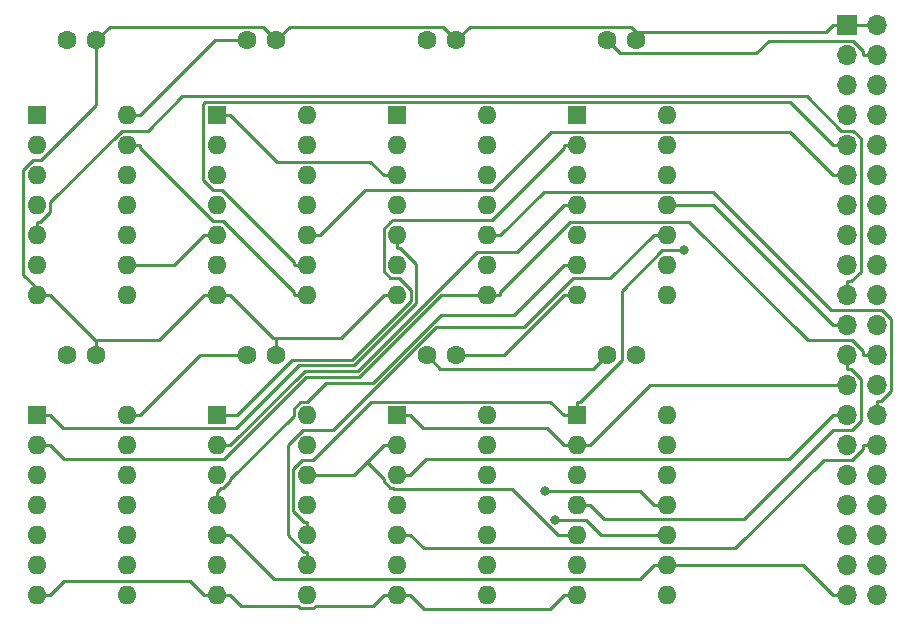
<source format=gtl>
G04 #@! TF.GenerationSoftware,KiCad,Pcbnew,(5.1.12)-1*
G04 #@! TF.CreationDate,2022-10-05T17:55:37-05:00*
G04 #@! TF.ProjectId,address_logic,61646472-6573-4735-9f6c-6f6769632e6b,rev?*
G04 #@! TF.SameCoordinates,Original*
G04 #@! TF.FileFunction,Copper,L1,Top*
G04 #@! TF.FilePolarity,Positive*
%FSLAX46Y46*%
G04 Gerber Fmt 4.6, Leading zero omitted, Abs format (unit mm)*
G04 Created by KiCad (PCBNEW (5.1.12)-1) date 2022-10-05 17:55:37*
%MOMM*%
%LPD*%
G01*
G04 APERTURE LIST*
G04 #@! TA.AperFunction,ComponentPad*
%ADD10C,1.600000*%
G04 #@! TD*
G04 #@! TA.AperFunction,ComponentPad*
%ADD11O,1.700000X1.700000*%
G04 #@! TD*
G04 #@! TA.AperFunction,ComponentPad*
%ADD12R,1.700000X1.700000*%
G04 #@! TD*
G04 #@! TA.AperFunction,ComponentPad*
%ADD13O,1.600000X1.600000*%
G04 #@! TD*
G04 #@! TA.AperFunction,ComponentPad*
%ADD14R,1.600000X1.600000*%
G04 #@! TD*
G04 #@! TA.AperFunction,ViaPad*
%ADD15C,0.800000*%
G04 #@! TD*
G04 #@! TA.AperFunction,Conductor*
%ADD16C,0.250000*%
G04 #@! TD*
G04 APERTURE END LIST*
D10*
X138430000Y-54610000D03*
X140930000Y-54610000D03*
X153670000Y-54610000D03*
X156170000Y-54610000D03*
X168910000Y-54610000D03*
X171410000Y-54610000D03*
X186650000Y-54610000D03*
X184150000Y-54610000D03*
X138430000Y-81280000D03*
X140930000Y-81280000D03*
X156170000Y-81280000D03*
X153670000Y-81280000D03*
X171410000Y-81280000D03*
X168910000Y-81280000D03*
X186650000Y-81280000D03*
X184150000Y-81280000D03*
D11*
X207010000Y-101600000D03*
X204470000Y-101600000D03*
X207010000Y-99060000D03*
X204470000Y-99060000D03*
X207010000Y-96520000D03*
X204470000Y-96520000D03*
X207010000Y-93980000D03*
X204470000Y-93980000D03*
X207010000Y-91440000D03*
X204470000Y-91440000D03*
X207010000Y-88900000D03*
X204470000Y-88900000D03*
X207010000Y-86360000D03*
X204470000Y-86360000D03*
X207010000Y-83820000D03*
X204470000Y-83820000D03*
X207010000Y-81280000D03*
X204470000Y-81280000D03*
X207010000Y-78740000D03*
X204470000Y-78740000D03*
X207010000Y-76200000D03*
X204470000Y-76200000D03*
X207010000Y-73660000D03*
X204470000Y-73660000D03*
X207010000Y-71120000D03*
X204470000Y-71120000D03*
X207010000Y-68580000D03*
X204470000Y-68580000D03*
X207010000Y-66040000D03*
X204470000Y-66040000D03*
X207010000Y-63500000D03*
X204470000Y-63500000D03*
X207010000Y-60960000D03*
X204470000Y-60960000D03*
X207010000Y-58420000D03*
X204470000Y-58420000D03*
X207010000Y-55880000D03*
X204470000Y-55880000D03*
X207010000Y-53340000D03*
D12*
X204470000Y-53340000D03*
D13*
X143510000Y-60960000D03*
X135890000Y-76200000D03*
X143510000Y-63500000D03*
X135890000Y-73660000D03*
X143510000Y-66040000D03*
X135890000Y-71120000D03*
X143510000Y-68580000D03*
X135890000Y-68580000D03*
X143510000Y-71120000D03*
X135890000Y-66040000D03*
X143510000Y-73660000D03*
X135890000Y-63500000D03*
X143510000Y-76200000D03*
D14*
X135890000Y-60960000D03*
X151130000Y-60960000D03*
D13*
X158750000Y-76200000D03*
X151130000Y-63500000D03*
X158750000Y-73660000D03*
X151130000Y-66040000D03*
X158750000Y-71120000D03*
X151130000Y-68580000D03*
X158750000Y-68580000D03*
X151130000Y-71120000D03*
X158750000Y-66040000D03*
X151130000Y-73660000D03*
X158750000Y-63500000D03*
X151130000Y-76200000D03*
X158750000Y-60960000D03*
D14*
X166370000Y-60960000D03*
D13*
X173990000Y-76200000D03*
X166370000Y-63500000D03*
X173990000Y-73660000D03*
X166370000Y-66040000D03*
X173990000Y-71120000D03*
X166370000Y-68580000D03*
X173990000Y-68580000D03*
X166370000Y-71120000D03*
X173990000Y-66040000D03*
X166370000Y-73660000D03*
X173990000Y-63500000D03*
X166370000Y-76200000D03*
X173990000Y-60960000D03*
D14*
X181610000Y-60960000D03*
D13*
X189230000Y-76200000D03*
X181610000Y-63500000D03*
X189230000Y-73660000D03*
X181610000Y-66040000D03*
X189230000Y-71120000D03*
X181610000Y-68580000D03*
X189230000Y-68580000D03*
X181610000Y-71120000D03*
X189230000Y-66040000D03*
X181610000Y-73660000D03*
X189230000Y-63500000D03*
X181610000Y-76200000D03*
X189230000Y-60960000D03*
X143510000Y-86360000D03*
X135890000Y-101600000D03*
X143510000Y-88900000D03*
X135890000Y-99060000D03*
X143510000Y-91440000D03*
X135890000Y-96520000D03*
X143510000Y-93980000D03*
X135890000Y-93980000D03*
X143510000Y-96520000D03*
X135890000Y-91440000D03*
X143510000Y-99060000D03*
X135890000Y-88900000D03*
X143510000Y-101600000D03*
D14*
X135890000Y-86360000D03*
D13*
X158750000Y-86360000D03*
X151130000Y-101600000D03*
X158750000Y-88900000D03*
X151130000Y-99060000D03*
X158750000Y-91440000D03*
X151130000Y-96520000D03*
X158750000Y-93980000D03*
X151130000Y-93980000D03*
X158750000Y-96520000D03*
X151130000Y-91440000D03*
X158750000Y-99060000D03*
X151130000Y-88900000D03*
X158750000Y-101600000D03*
D14*
X151130000Y-86360000D03*
X166370000Y-86360000D03*
D13*
X173990000Y-101600000D03*
X166370000Y-88900000D03*
X173990000Y-99060000D03*
X166370000Y-91440000D03*
X173990000Y-96520000D03*
X166370000Y-93980000D03*
X173990000Y-93980000D03*
X166370000Y-96520000D03*
X173990000Y-91440000D03*
X166370000Y-99060000D03*
X173990000Y-88900000D03*
X166370000Y-101600000D03*
X173990000Y-86360000D03*
X189230000Y-86360000D03*
X181610000Y-101600000D03*
X189230000Y-88900000D03*
X181610000Y-99060000D03*
X189230000Y-91440000D03*
X181610000Y-96520000D03*
X189230000Y-93980000D03*
X181610000Y-93980000D03*
X189230000Y-96520000D03*
X181610000Y-91440000D03*
X189230000Y-99060000D03*
X181610000Y-88900000D03*
X189230000Y-101600000D03*
D14*
X181610000Y-86360000D03*
D15*
X178938600Y-92822000D03*
X190658900Y-72390000D03*
X179783100Y-95250000D03*
D16*
X181610000Y-101600000D02*
X180484900Y-101600000D01*
X166370000Y-101600000D02*
X167495100Y-101600000D01*
X167495100Y-101600000D02*
X168640600Y-102745500D01*
X168640600Y-102745500D02*
X179339400Y-102745500D01*
X179339400Y-102745500D02*
X180484900Y-101600000D01*
X181610000Y-76200000D02*
X180484900Y-76200000D01*
X171410000Y-81280000D02*
X175404900Y-81280000D01*
X175404900Y-81280000D02*
X180484900Y-76200000D01*
X140930000Y-54610000D02*
X142060300Y-53479700D01*
X142060300Y-53479700D02*
X155039700Y-53479700D01*
X155039700Y-53479700D02*
X156170000Y-54610000D01*
X136452600Y-76200000D02*
X134736700Y-74484100D01*
X134736700Y-74484100D02*
X134736700Y-65566400D01*
X134736700Y-65566400D02*
X135533100Y-64770000D01*
X135533100Y-64770000D02*
X136274200Y-64770000D01*
X136274200Y-64770000D02*
X140930000Y-60114200D01*
X140930000Y-60114200D02*
X140930000Y-54610000D01*
X156170000Y-54610000D02*
X157310600Y-53469400D01*
X157310600Y-53469400D02*
X170269400Y-53469400D01*
X170269400Y-53469400D02*
X171410000Y-54610000D01*
X136452600Y-76200000D02*
X137015100Y-76200000D01*
X135890000Y-76200000D02*
X136452600Y-76200000D01*
X151130000Y-76200000D02*
X150004900Y-76200000D01*
X140930000Y-79990000D02*
X140805100Y-79990000D01*
X140805100Y-79990000D02*
X137015100Y-76200000D01*
X150004900Y-76200000D02*
X146214900Y-79990000D01*
X146214900Y-79990000D02*
X140930000Y-79990000D01*
X140930000Y-81280000D02*
X140930000Y-79990000D01*
X151130000Y-76200000D02*
X152255100Y-76200000D01*
X156170000Y-79807200D02*
X155862300Y-79807200D01*
X155862300Y-79807200D02*
X152255100Y-76200000D01*
X156170000Y-79807200D02*
X161637700Y-79807200D01*
X161637700Y-79807200D02*
X165244900Y-76200000D01*
X156170000Y-81280000D02*
X156170000Y-79807200D01*
X186650000Y-53954100D02*
X202680800Y-53954100D01*
X202680800Y-53954100D02*
X203294900Y-53340000D01*
X171410000Y-54610000D02*
X172554500Y-53465500D01*
X172554500Y-53465500D02*
X186161400Y-53465500D01*
X186161400Y-53465500D02*
X186650000Y-53954100D01*
X186650000Y-54610000D02*
X186650000Y-53954100D01*
X204470000Y-53340000D02*
X203294900Y-53340000D01*
X207010000Y-53340000D02*
X204470000Y-53340000D01*
X166370000Y-76200000D02*
X165244900Y-76200000D01*
X135890000Y-101600000D02*
X137015100Y-101600000D01*
X151130000Y-101600000D02*
X150004900Y-101600000D01*
X150004900Y-101600000D02*
X148814300Y-100409400D01*
X148814300Y-100409400D02*
X138205700Y-100409400D01*
X138205700Y-100409400D02*
X137015100Y-101600000D01*
X152255100Y-101600000D02*
X151130000Y-101600000D01*
X153154500Y-102499400D02*
X152255100Y-101600000D01*
X157984398Y-102499400D02*
X153154500Y-102499400D01*
X158209999Y-102725001D02*
X157984398Y-102499400D01*
X159515602Y-102499400D02*
X159290001Y-102725001D01*
X159290001Y-102725001D02*
X158209999Y-102725001D01*
X164345500Y-102499400D02*
X159515602Y-102499400D01*
X165244900Y-101600000D02*
X164345500Y-102499400D01*
X166370000Y-101600000D02*
X165244900Y-101600000D01*
X204470000Y-63500000D02*
X203294900Y-63500000D01*
X158750000Y-73660000D02*
X157624900Y-73660000D01*
X157624900Y-73660000D02*
X157624900Y-73378700D01*
X157624900Y-73378700D02*
X151556200Y-67310000D01*
X151556200Y-67310000D02*
X150802500Y-67310000D01*
X150802500Y-67310000D02*
X149979400Y-66486900D01*
X149979400Y-66486900D02*
X149979400Y-59980500D01*
X149979400Y-59980500D02*
X150125200Y-59834700D01*
X150125200Y-59834700D02*
X199629600Y-59834700D01*
X199629600Y-59834700D02*
X203294900Y-63500000D01*
X204470000Y-66040000D02*
X203294900Y-66040000D01*
X158750000Y-71120000D02*
X159875100Y-71120000D01*
X159875100Y-71120000D02*
X163685100Y-67310000D01*
X163685100Y-67310000D02*
X174470800Y-67310000D01*
X174470800Y-67310000D02*
X179410000Y-62370800D01*
X179410000Y-62370800D02*
X199625700Y-62370800D01*
X199625700Y-62370800D02*
X203294900Y-66040000D01*
X135890000Y-69994900D02*
X136171400Y-69994900D01*
X136171400Y-69994900D02*
X137015100Y-69151200D01*
X137015100Y-69151200D02*
X137015100Y-68347100D01*
X137015100Y-68347100D02*
X143058300Y-62303900D01*
X143058300Y-62303900D02*
X145274500Y-62303900D01*
X145274500Y-62303900D02*
X148218700Y-59359700D01*
X148218700Y-59359700D02*
X201087700Y-59359700D01*
X201087700Y-59359700D02*
X203993000Y-62265000D01*
X203993000Y-62265000D02*
X205003300Y-62265000D01*
X205003300Y-62265000D02*
X205647900Y-62909600D01*
X205647900Y-62909600D02*
X205647900Y-74212200D01*
X205647900Y-74212200D02*
X204835200Y-75024900D01*
X204835200Y-75024900D02*
X204470000Y-75024900D01*
X204470000Y-76200000D02*
X204470000Y-75024900D01*
X135890000Y-71120000D02*
X135890000Y-69994900D01*
X189230000Y-68580000D02*
X193134900Y-68580000D01*
X193134900Y-68580000D02*
X203294900Y-78740000D01*
X204470000Y-78740000D02*
X203294900Y-78740000D01*
X181610000Y-93980000D02*
X182735100Y-93980000D01*
X204470000Y-81280000D02*
X204470000Y-82455100D01*
X204470000Y-82455100D02*
X204837200Y-82455100D01*
X204837200Y-82455100D02*
X205645200Y-83263100D01*
X205645200Y-83263100D02*
X205645200Y-86885700D01*
X205645200Y-86885700D02*
X204900900Y-87630000D01*
X204900900Y-87630000D02*
X203294800Y-87630000D01*
X203294800Y-87630000D02*
X195795300Y-95129500D01*
X195795300Y-95129500D02*
X183884600Y-95129500D01*
X183884600Y-95129500D02*
X182735100Y-93980000D01*
X181610000Y-88900000D02*
X180484900Y-88900000D01*
X166370000Y-86360000D02*
X167495100Y-86360000D01*
X167495100Y-86360000D02*
X168620200Y-87485100D01*
X168620200Y-87485100D02*
X179070000Y-87485100D01*
X179070000Y-87485100D02*
X180484900Y-88900000D01*
X182735100Y-88900000D02*
X187815100Y-83820000D01*
X187815100Y-83820000D02*
X204470000Y-83820000D01*
X181610000Y-88900000D02*
X182735100Y-88900000D01*
X203294900Y-86360000D02*
X199567600Y-90087300D01*
X199567600Y-90087300D02*
X168847700Y-90087300D01*
X168847700Y-90087300D02*
X168847700Y-90087400D01*
X168847700Y-90087400D02*
X167495100Y-91440000D01*
X204470000Y-86360000D02*
X203294900Y-86360000D01*
X166370000Y-91440000D02*
X167495100Y-91440000D01*
X151130000Y-96520000D02*
X152255100Y-96520000D01*
X189230000Y-99060000D02*
X188104900Y-99060000D01*
X188104900Y-99060000D02*
X186955500Y-100209400D01*
X186955500Y-100209400D02*
X155944500Y-100209400D01*
X155944500Y-100209400D02*
X152255100Y-96520000D01*
X203294900Y-101600000D02*
X200754900Y-99060000D01*
X200754900Y-99060000D02*
X189230000Y-99060000D01*
X204470000Y-101600000D02*
X203294900Y-101600000D01*
X207010000Y-88900000D02*
X205834900Y-88900000D01*
X166370000Y-96520000D02*
X167495100Y-96520000D01*
X167495100Y-96520000D02*
X168627000Y-97651900D01*
X168627000Y-97651900D02*
X195027700Y-97651900D01*
X195027700Y-97651900D02*
X202509600Y-90170000D01*
X202509600Y-90170000D02*
X204930100Y-90170000D01*
X204930100Y-90170000D02*
X205834900Y-89265200D01*
X205834900Y-89265200D02*
X205834900Y-88900000D01*
X207010000Y-86360000D02*
X207010000Y-85184900D01*
X173990000Y-71120000D02*
X175115100Y-71120000D01*
X175115100Y-71120000D02*
X178794500Y-67440600D01*
X178794500Y-67440600D02*
X193115200Y-67440600D01*
X193115200Y-67440600D02*
X203144600Y-77470000D01*
X203144600Y-77470000D02*
X207476400Y-77470000D01*
X207476400Y-77470000D02*
X208206300Y-78199900D01*
X208206300Y-78199900D02*
X208206300Y-84353800D01*
X208206300Y-84353800D02*
X207375200Y-85184900D01*
X207375200Y-85184900D02*
X207010000Y-85184900D01*
X137015100Y-88900000D02*
X138205700Y-90090600D01*
X138205700Y-90090600D02*
X151701100Y-90090600D01*
X151701100Y-90090600D02*
X158647800Y-83143900D01*
X158647800Y-83143900D02*
X163161900Y-83143900D01*
X163161900Y-83143900D02*
X170105800Y-76200000D01*
X170105800Y-76200000D02*
X173990000Y-76200000D01*
X205834900Y-81280000D02*
X205834900Y-80914800D01*
X205834900Y-80914800D02*
X204930100Y-80010000D01*
X204930100Y-80010000D02*
X201137200Y-80010000D01*
X201137200Y-80010000D02*
X191105600Y-69978400D01*
X191105600Y-69978400D02*
X181055400Y-69978400D01*
X181055400Y-69978400D02*
X175115100Y-75918700D01*
X175115100Y-75918700D02*
X175115100Y-76200000D01*
X207010000Y-81280000D02*
X205834900Y-81280000D01*
X173990000Y-76200000D02*
X175115100Y-76200000D01*
X135890000Y-88900000D02*
X137015100Y-88900000D01*
X143510000Y-60960000D02*
X144635100Y-60960000D01*
X144635100Y-60960000D02*
X150985100Y-54610000D01*
X150985100Y-54610000D02*
X153670000Y-54610000D01*
X168910000Y-81280000D02*
X170051800Y-82421800D01*
X170051800Y-82421800D02*
X183008200Y-82421800D01*
X183008200Y-82421800D02*
X184150000Y-81280000D01*
X207010000Y-55880000D02*
X205834900Y-55880000D01*
X184150000Y-54610000D02*
X185275200Y-55735200D01*
X185275200Y-55735200D02*
X196792400Y-55735200D01*
X196792400Y-55735200D02*
X197859900Y-54667700D01*
X197859900Y-54667700D02*
X204987800Y-54667700D01*
X204987800Y-54667700D02*
X205834900Y-55514800D01*
X205834900Y-55514800D02*
X205834900Y-55880000D01*
X143510000Y-86360000D02*
X144635100Y-86360000D01*
X153670000Y-81280000D02*
X149715100Y-81280000D01*
X149715100Y-81280000D02*
X144635100Y-86360000D01*
X143510000Y-63500000D02*
X144635100Y-63500000D01*
X158750000Y-76200000D02*
X157624900Y-76200000D01*
X157624900Y-76200000D02*
X157624900Y-75918700D01*
X157624900Y-75918700D02*
X151630100Y-69923900D01*
X151630100Y-69923900D02*
X150825800Y-69923900D01*
X150825800Y-69923900D02*
X144635100Y-63733200D01*
X144635100Y-63733200D02*
X144635100Y-63500000D01*
X151130000Y-71120000D02*
X150004900Y-71120000D01*
X150004900Y-71120000D02*
X147464900Y-73660000D01*
X147464900Y-73660000D02*
X143510000Y-73660000D01*
X151130000Y-60960000D02*
X152255100Y-60960000D01*
X166370000Y-66040000D02*
X165244900Y-66040000D01*
X165244900Y-66040000D02*
X164119800Y-64914900D01*
X164119800Y-64914900D02*
X156210000Y-64914900D01*
X156210000Y-64914900D02*
X152255100Y-60960000D01*
X188104900Y-93980000D02*
X186946900Y-92822000D01*
X186946900Y-92822000D02*
X178938600Y-92822000D01*
X189230000Y-93980000D02*
X188104900Y-93980000D01*
X166370000Y-72245100D02*
X166651300Y-72245100D01*
X166651300Y-72245100D02*
X167992300Y-73586100D01*
X167992300Y-73586100D02*
X167992300Y-76868300D01*
X167992300Y-76868300D02*
X162714900Y-82145700D01*
X162714900Y-82145700D02*
X158119000Y-82145700D01*
X158119000Y-82145700D02*
X152779600Y-87485100D01*
X152779600Y-87485100D02*
X138140200Y-87485100D01*
X138140200Y-87485100D02*
X137015100Y-86360000D01*
X135890000Y-86360000D02*
X137015100Y-86360000D01*
X166370000Y-71120000D02*
X166370000Y-72245100D01*
X152849900Y-86360000D02*
X151130000Y-86360000D01*
X157514400Y-81695500D02*
X152849900Y-86360000D01*
X162528500Y-81695500D02*
X157514400Y-81695500D01*
X167542200Y-76681800D02*
X162528500Y-81695500D01*
X166553801Y-74785001D02*
X167542200Y-75773400D01*
X165829999Y-74785001D02*
X166553801Y-74785001D01*
X180484900Y-63500000D02*
X180484900Y-63781300D01*
X180484900Y-63781300D02*
X174416200Y-69850000D01*
X165244999Y-74200001D02*
X165829999Y-74785001D01*
X165980700Y-69850000D02*
X165835701Y-69994999D01*
X167542200Y-75773400D02*
X167542200Y-76681800D01*
X165244999Y-73119999D02*
X165244999Y-74200001D01*
X174416200Y-69850000D02*
X165980700Y-69850000D01*
X165835701Y-69994999D02*
X165829999Y-69994999D01*
X181610000Y-63500000D02*
X180484900Y-63500000D01*
X165829999Y-69994999D02*
X165244999Y-70579999D01*
X165244999Y-70579999D02*
X165244999Y-71660001D01*
X165244999Y-71660001D02*
X165264400Y-71679402D01*
X165264400Y-71679402D02*
X165264400Y-73100598D01*
X165264400Y-73100598D02*
X165244999Y-73119999D01*
X188104900Y-71120000D02*
X184439700Y-74785200D01*
X184439700Y-74785200D02*
X181263000Y-74785200D01*
X181263000Y-74785200D02*
X177115200Y-78933000D01*
X177115200Y-78933000D02*
X169665800Y-78933000D01*
X169665800Y-78933000D02*
X160968800Y-87630000D01*
X160968800Y-87630000D02*
X158386900Y-87630000D01*
X158386900Y-87630000D02*
X157110600Y-88906300D01*
X157110600Y-88906300D02*
X157110600Y-96528700D01*
X157110600Y-96528700D02*
X158516800Y-97934900D01*
X158516800Y-97934900D02*
X158750000Y-97934900D01*
X158750000Y-99060000D02*
X158750000Y-97934900D01*
X189230000Y-71120000D02*
X188104900Y-71120000D01*
X151130000Y-88900000D02*
X152255100Y-88900000D01*
X181610000Y-68580000D02*
X180484900Y-68580000D01*
X180484900Y-68580000D02*
X176530000Y-72534900D01*
X176530000Y-72534900D02*
X173134200Y-72534900D01*
X173134200Y-72534900D02*
X163073200Y-82595900D01*
X163073200Y-82595900D02*
X158559200Y-82595900D01*
X158559200Y-82595900D02*
X152255100Y-88900000D01*
X181610000Y-85234900D02*
X181891300Y-85234900D01*
X181891300Y-85234900D02*
X185400000Y-81726200D01*
X185400000Y-81726200D02*
X185400000Y-75824700D01*
X185400000Y-75824700D02*
X188834700Y-72390000D01*
X188834700Y-72390000D02*
X190658900Y-72390000D01*
X181610000Y-86360000D02*
X181610000Y-85234900D01*
X158750000Y-96520000D02*
X158750000Y-95394900D01*
X181610000Y-86360000D02*
X180484900Y-86360000D01*
X180484900Y-86360000D02*
X179358600Y-85233700D01*
X179358600Y-85233700D02*
X164216300Y-85233700D01*
X164216300Y-85233700D02*
X159280000Y-90170000D01*
X159280000Y-90170000D02*
X158348900Y-90170000D01*
X158348900Y-90170000D02*
X157560800Y-90958100D01*
X157560800Y-90958100D02*
X157560800Y-94438900D01*
X157560800Y-94438900D02*
X158516800Y-95394900D01*
X158516800Y-95394900D02*
X158750000Y-95394900D01*
X170063800Y-77898200D02*
X176246700Y-77898200D01*
X151130000Y-93980000D02*
X151130000Y-92854900D01*
X151463999Y-92565001D02*
X151670001Y-92565001D01*
X151670001Y-92565001D02*
X152255001Y-91980001D01*
X151130000Y-92854900D02*
X151174100Y-92854900D01*
X157624999Y-85819999D02*
X158209999Y-85234999D01*
X158209999Y-85234999D02*
X158794001Y-85234999D01*
X176246700Y-77898200D02*
X180484900Y-73660000D01*
X151174100Y-92854900D02*
X151463999Y-92565001D01*
X180484900Y-73660000D02*
X181610000Y-73660000D01*
X164313400Y-83648600D02*
X170063800Y-77898200D01*
X152255001Y-91773999D02*
X157624999Y-86404001D01*
X152255001Y-91980001D02*
X152255001Y-91773999D01*
X157624999Y-86404001D02*
X157624999Y-85819999D01*
X158794001Y-85234999D02*
X160380400Y-83648600D01*
X160380400Y-83648600D02*
X164313400Y-83648600D01*
X163807800Y-90337100D02*
X162704900Y-91440000D01*
X162704900Y-91440000D02*
X158750000Y-91440000D01*
X165244900Y-88900000D02*
X163807800Y-90337100D01*
X166370000Y-88900000D02*
X165244900Y-88900000D01*
X180484900Y-96520000D02*
X181610000Y-96520000D01*
X176143800Y-92636100D02*
X180027700Y-96520000D01*
X180027700Y-96520000D02*
X180484900Y-96520000D01*
X166106800Y-92636100D02*
X176143800Y-92636100D01*
X166035701Y-92565001D02*
X166106800Y-92636100D01*
X165829999Y-92565001D02*
X166035701Y-92565001D01*
X165244999Y-91980001D02*
X165829999Y-92565001D01*
X165244999Y-91774299D02*
X165244999Y-91980001D01*
X163807800Y-90337100D02*
X165244999Y-91774299D01*
X179783100Y-95250000D02*
X182405500Y-95250000D01*
X182405500Y-95250000D02*
X183675500Y-96520000D01*
X183675500Y-96520000D02*
X189230000Y-96520000D01*
M02*

</source>
